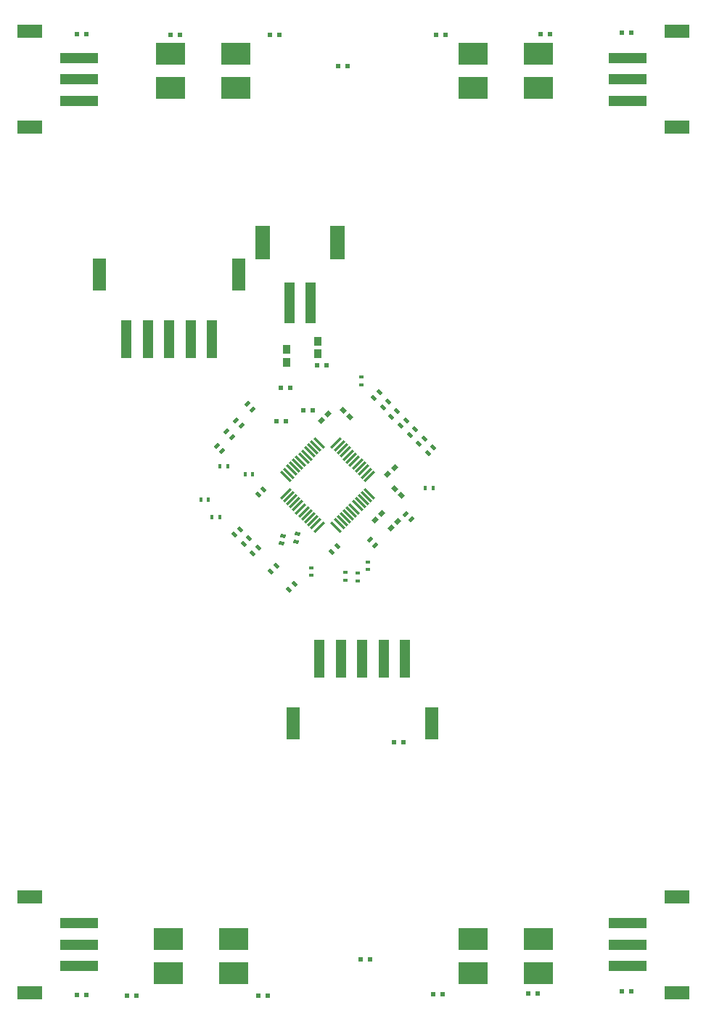
<source format=gtp>
G04 #@! TF.GenerationSoftware,KiCad,Pcbnew,(6.0.10)*
G04 #@! TF.CreationDate,2023-07-31T20:15:45+01:00*
G04 #@! TF.ProjectId,magnetonetouchpad,6d61676e-6574-46f6-9e65-746f75636870,rev?*
G04 #@! TF.SameCoordinates,Original*
G04 #@! TF.FileFunction,Paste,Top*
G04 #@! TF.FilePolarity,Positive*
%FSLAX46Y46*%
G04 Gerber Fmt 4.6, Leading zero omitted, Abs format (unit mm)*
G04 Created by KiCad (PCBNEW (6.0.10)) date 2023-07-31 20:15:45*
%MOMM*%
%LPD*%
G01*
G04 APERTURE LIST*
G04 Aperture macros list*
%AMRotRect*
0 Rectangle, with rotation*
0 The origin of the aperture is its center*
0 $1 length*
0 $2 width*
0 $3 Rotation angle, in degrees counterclockwise*
0 Add horizontal line*
21,1,$1,$2,0,0,$3*%
G04 Aperture macros list end*
%ADD10R,0.600000X0.500000*%
%ADD11RotRect,0.600000X0.500000X45.000000*%
%ADD12RotRect,0.400000X0.600000X225.000000*%
%ADD13R,0.970000X1.000000*%
%ADD14RotRect,0.400000X0.600000X315.000000*%
%ADD15R,4.500000X1.200000*%
%ADD16R,3.000000X1.600000*%
%ADD17RotRect,0.400000X0.600000X135.000000*%
%ADD18R,1.300000X4.800000*%
%ADD19R,1.800000X3.900000*%
%ADD20RotRect,0.600000X0.500000X315.000000*%
%ADD21RotRect,0.600000X0.500000X225.000000*%
%ADD22RotRect,0.400000X0.600000X45.000000*%
%ADD23R,0.600000X0.400000*%
%ADD24RotRect,0.400000X0.600000X77.500000*%
%ADD25R,0.400000X0.600000*%
%ADD26R,3.500000X2.500000*%
%ADD27RotRect,1.560000X0.280000X45.000000*%
%ADD28RotRect,0.280000X1.560000X45.000000*%
%ADD29RotRect,0.600000X0.500000X135.000000*%
%ADD30R,1.200000X4.500000*%
%ADD31R,1.600000X3.700000*%
%ADD32RotRect,0.400000X0.600000X78.750000*%
G04 APERTURE END LIST*
D10*
X169812875Y-153829375D03*
X168712875Y-153829375D03*
D11*
X139898777Y-98853203D03*
X140676595Y-98075385D03*
D12*
X143495880Y-87221643D03*
X142859484Y-87858039D03*
D13*
X133187488Y-77978374D03*
X133187488Y-79448374D03*
D14*
X121434149Y-90191492D03*
X122070545Y-90827888D03*
D15*
X169344360Y-49954308D03*
X169344360Y-47454308D03*
X169344360Y-44954308D03*
D16*
X175094360Y-41854308D03*
X175094360Y-53054308D03*
D10*
X136684113Y-45914624D03*
X135584113Y-45914624D03*
X147782985Y-154142124D03*
X146682985Y-154142124D03*
X126282985Y-154282124D03*
X127382985Y-154282124D03*
D17*
X144109009Y-98782492D03*
X143472613Y-98146096D03*
D15*
X169337860Y-150859308D03*
X169337860Y-148359308D03*
X169337860Y-145859308D03*
D16*
X175087860Y-142759308D03*
X175087860Y-153959308D03*
D12*
X144556541Y-88282304D03*
X143920145Y-88918700D03*
D11*
X141363966Y-93508284D03*
X142141784Y-92730466D03*
D12*
X146677861Y-90403624D03*
X146041465Y-91040020D03*
D18*
X132367488Y-73528374D03*
X129867488Y-73528374D03*
D19*
X126767488Y-66528374D03*
X135467488Y-66528374D03*
D10*
X138215363Y-150030249D03*
X139315363Y-150030249D03*
X148110985Y-42289124D03*
X147010985Y-42289124D03*
X158832985Y-154022124D03*
X157732985Y-154022124D03*
D20*
X142143966Y-95220466D03*
X142921784Y-95998284D03*
D10*
X134217488Y-80783374D03*
X133117488Y-80783374D03*
D21*
X142540504Y-98977101D03*
X141762686Y-99754919D03*
D10*
X160302985Y-42212124D03*
X159202985Y-42212124D03*
X116052485Y-42289124D03*
X117152485Y-42289124D03*
D22*
X134829677Y-102569375D03*
X135466073Y-101932979D03*
D23*
X132437488Y-105293374D03*
X132437488Y-104393374D03*
D24*
X130660090Y-101352707D03*
X130854886Y-100474041D03*
D25*
X124718936Y-93486169D03*
X125618936Y-93486169D03*
D12*
X140370468Y-83983094D03*
X139734072Y-84619490D03*
D22*
X125614918Y-102698443D03*
X126251314Y-102062047D03*
D26*
X151301699Y-147694124D03*
X151301699Y-151694124D03*
X158971699Y-151694124D03*
X158971699Y-147694124D03*
D10*
X129517488Y-87293374D03*
X128417488Y-87293374D03*
X105097875Y-42227124D03*
X106197875Y-42227124D03*
X169822875Y-41999375D03*
X168722875Y-41999375D03*
X105097875Y-154194375D03*
X106197875Y-154194375D03*
X129957488Y-83403374D03*
X128857488Y-83403374D03*
D25*
X121768936Y-92564294D03*
X122668936Y-92564294D03*
D15*
X105343360Y-44954308D03*
X105343360Y-47454308D03*
X105343360Y-49954308D03*
D16*
X99593360Y-53054308D03*
X99593360Y-41854308D03*
D27*
X129447436Y-95772332D03*
X129800989Y-96125885D03*
X130154543Y-96479438D03*
X130508096Y-96832992D03*
X130861650Y-97186545D03*
X131215203Y-97540099D03*
X131568756Y-97893652D03*
X131922310Y-98247205D03*
X132275863Y-98600759D03*
X132629417Y-98954312D03*
X132982970Y-99307866D03*
X133336523Y-99661419D03*
D28*
X135358849Y-99661419D03*
X135712402Y-99307866D03*
X136065955Y-98954312D03*
X136419509Y-98600759D03*
X136773062Y-98247205D03*
X137126616Y-97893652D03*
X137480169Y-97540099D03*
X137833722Y-97186545D03*
X138187276Y-96832992D03*
X138540829Y-96479438D03*
X138894383Y-96125885D03*
X139247936Y-95772332D03*
D27*
X139247936Y-93750006D03*
X138894383Y-93396453D03*
X138540829Y-93042900D03*
X138187276Y-92689346D03*
X137833722Y-92335793D03*
X137480169Y-91982239D03*
X137126616Y-91628686D03*
X136773062Y-91275133D03*
X136419509Y-90921579D03*
X136065955Y-90568026D03*
X135712402Y-90214472D03*
X135358849Y-89860919D03*
D28*
X133336523Y-89860919D03*
X132982970Y-90214472D03*
X132629417Y-90568026D03*
X132275863Y-90921579D03*
X131922310Y-91275133D03*
X131568756Y-91628686D03*
X131215203Y-91982239D03*
X130861650Y-92335793D03*
X130508096Y-92689346D03*
X130154543Y-93042900D03*
X129800989Y-93396453D03*
X129447436Y-93750006D03*
D23*
X137890811Y-105920544D03*
X137890811Y-105020544D03*
D22*
X123493597Y-100577123D03*
X124129993Y-99940727D03*
D25*
X119556436Y-96436169D03*
X120456436Y-96436169D03*
X146637686Y-95145544D03*
X145737686Y-95145544D03*
D17*
X139912759Y-101783044D03*
X139276363Y-101146648D03*
D22*
X124554258Y-101637783D03*
X125190654Y-101001387D03*
D26*
X115998646Y-44474124D03*
X115998646Y-48474124D03*
X123668646Y-48474124D03*
X123668646Y-44474124D03*
D29*
X136968936Y-86848669D03*
X136191118Y-86070851D03*
D14*
X123681092Y-87226978D03*
X124317488Y-87863374D03*
D26*
X115732271Y-147679308D03*
X115732271Y-151679308D03*
X123402271Y-151679308D03*
X123402271Y-147679308D03*
D10*
X127579985Y-42289124D03*
X128679985Y-42289124D03*
D13*
X129597488Y-78968374D03*
X129597488Y-80438374D03*
D30*
X120854988Y-77760874D03*
X118354988Y-77760874D03*
X115854988Y-77760874D03*
X113354988Y-77760874D03*
X110854988Y-77760874D03*
D31*
X107754988Y-70260874D03*
X123954988Y-70260874D03*
D22*
X129857558Y-106941084D03*
X130493954Y-106304688D03*
X127736238Y-104819763D03*
X128372634Y-104183367D03*
D23*
X138272686Y-82191169D03*
X138272686Y-83091169D03*
D26*
X151301699Y-44474124D03*
X151301699Y-48474124D03*
X158971699Y-48474124D03*
X158971699Y-44474124D03*
D23*
X139064561Y-104626794D03*
X139064561Y-103726794D03*
D22*
X126244677Y-95907573D03*
X126881073Y-95271177D03*
D30*
X133387488Y-115023374D03*
X135887488Y-115023374D03*
X138387488Y-115023374D03*
X140887488Y-115023374D03*
X143387488Y-115023374D03*
D31*
X146487488Y-122523374D03*
X130287488Y-122523374D03*
D10*
X131527488Y-86093374D03*
X132627488Y-86093374D03*
D12*
X145617201Y-89342964D03*
X144980805Y-89979360D03*
D10*
X112072985Y-154272124D03*
X110972985Y-154272124D03*
D14*
X124969290Y-85325176D03*
X125605686Y-85961572D03*
D12*
X141431129Y-85043755D03*
X140794733Y-85680151D03*
D23*
X136415811Y-105873374D03*
X136415811Y-104973374D03*
D11*
X133623966Y-87278284D03*
X134401784Y-86500466D03*
D12*
X142435220Y-86160983D03*
X141798824Y-86797379D03*
D25*
X120847061Y-98464294D03*
X121747061Y-98464294D03*
D14*
X122579662Y-88536862D03*
X123216058Y-89173258D03*
D10*
X142062875Y-124789375D03*
X143162875Y-124789375D03*
D32*
X128946770Y-101588147D03*
X129122352Y-100705441D03*
D15*
X105336860Y-145859308D03*
X105336860Y-148359308D03*
X105336860Y-150859308D03*
D16*
X99586860Y-153959308D03*
X99586860Y-142759308D03*
M02*

</source>
